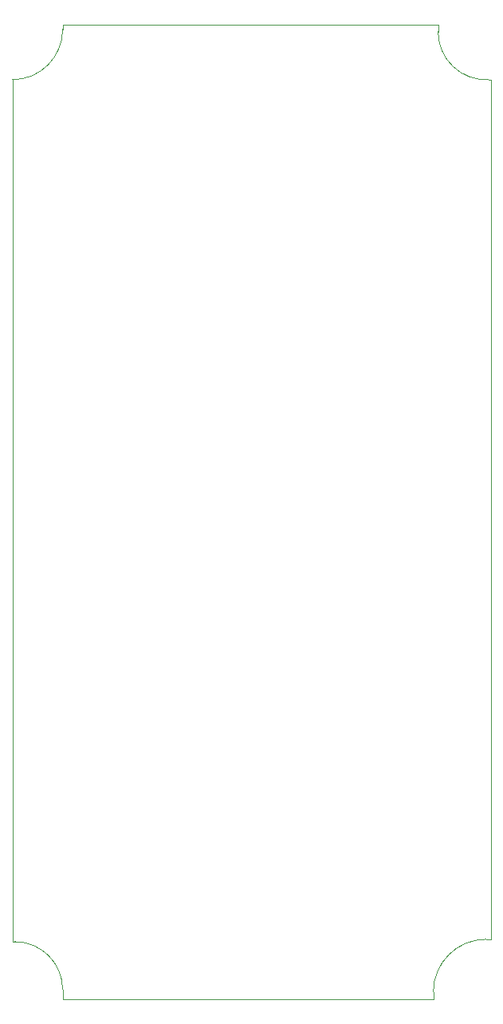
<source format=gbr>
%TF.GenerationSoftware,KiCad,Pcbnew,7.0.10-7.0.10~ubuntu22.04.1*%
%TF.CreationDate,2024-01-09T13:34:09+01:00*%
%TF.ProjectId,pedal,70656461-6c2e-46b6-9963-61645f706362,rev?*%
%TF.SameCoordinates,Original*%
%TF.FileFunction,Profile,NP*%
%FSLAX46Y46*%
G04 Gerber Fmt 4.6, Leading zero omitted, Abs format (unit mm)*
G04 Created by KiCad (PCBNEW 7.0.10-7.0.10~ubuntu22.04.1) date 2024-01-09 13:34:09*
%MOMM*%
%LPD*%
G01*
G04 APERTURE LIST*
%TA.AperFunction,Profile*%
%ADD10C,0.100000*%
%TD*%
G04 APERTURE END LIST*
D10*
X50292000Y-143764000D02*
X89662000Y-143764000D01*
X95250000Y-137414000D02*
G75*
G03*
X89662000Y-143002000I0J-5588000D01*
G01*
X44958000Y-137668000D02*
X45212000Y-137668000D01*
X90170000Y-41148000D02*
G75*
G03*
X95516999Y-46220979I5080000J0D01*
G01*
X90170000Y-40386000D02*
X50292000Y-40386000D01*
X95250000Y-137414000D02*
X95758000Y-137414000D01*
X50292000Y-40894000D02*
X50292000Y-40386000D01*
X90170000Y-41148000D02*
X90170000Y-40386000D01*
X44958000Y-46228000D02*
X44958000Y-137668000D01*
X95758000Y-137414000D02*
X95758000Y-46228000D01*
X95758000Y-46228000D02*
X95516999Y-46220979D01*
X44958000Y-46228000D02*
G75*
G03*
X50292000Y-40894000I0J5334000D01*
G01*
X89662000Y-143002000D02*
X89662000Y-143764000D01*
X50292000Y-142748000D02*
G75*
G03*
X45212000Y-137668000I-5080000J0D01*
G01*
X50292000Y-142748000D02*
X50292000Y-143764000D01*
M02*

</source>
